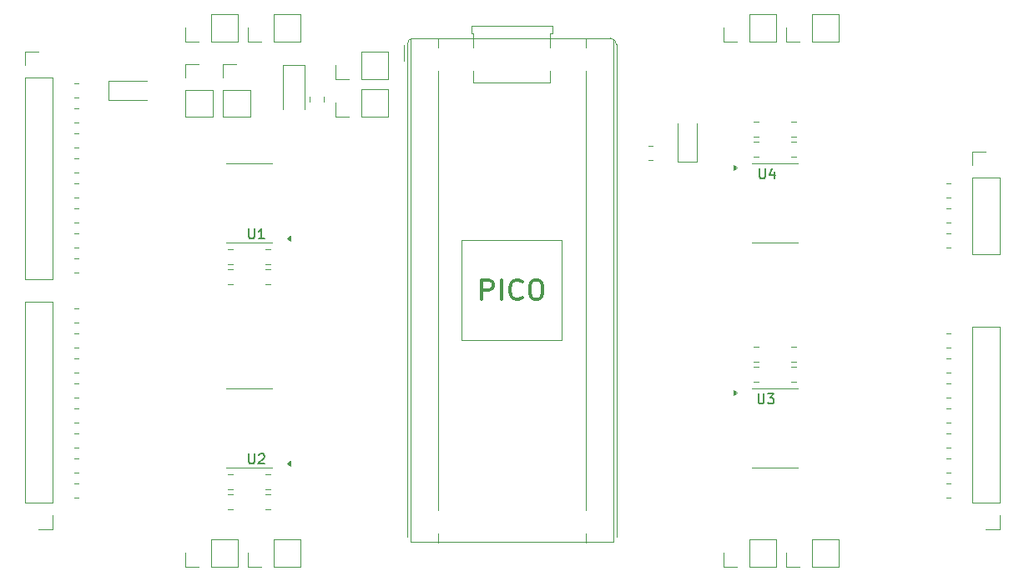
<source format=gbr>
%TF.GenerationSoftware,KiCad,Pcbnew,9.0.6*%
%TF.CreationDate,2026-01-19T19:45:04-05:00*%
%TF.ProjectId,ClearLogicAnalyzer,436c6561-724c-46f6-9769-63416e616c79,1*%
%TF.SameCoordinates,Original*%
%TF.FileFunction,Legend,Top*%
%TF.FilePolarity,Positive*%
%FSLAX46Y46*%
G04 Gerber Fmt 4.6, Leading zero omitted, Abs format (unit mm)*
G04 Created by KiCad (PCBNEW 9.0.6) date 2026-01-19 19:45:04*
%MOMM*%
%LPD*%
G01*
G04 APERTURE LIST*
%ADD10C,0.100000*%
%ADD11C,0.300000*%
%ADD12C,0.150000*%
%ADD13C,0.120000*%
G04 APERTURE END LIST*
D10*
X123190000Y-85090000D02*
X133350000Y-85090000D01*
X133350000Y-95250000D01*
X123190000Y-95250000D01*
X123190000Y-85090000D01*
D11*
X125222381Y-91079638D02*
X125222381Y-89079638D01*
X125222381Y-89079638D02*
X125984286Y-89079638D01*
X125984286Y-89079638D02*
X126174762Y-89174876D01*
X126174762Y-89174876D02*
X126270000Y-89270114D01*
X126270000Y-89270114D02*
X126365238Y-89460590D01*
X126365238Y-89460590D02*
X126365238Y-89746304D01*
X126365238Y-89746304D02*
X126270000Y-89936780D01*
X126270000Y-89936780D02*
X126174762Y-90032019D01*
X126174762Y-90032019D02*
X125984286Y-90127257D01*
X125984286Y-90127257D02*
X125222381Y-90127257D01*
X127222381Y-91079638D02*
X127222381Y-89079638D01*
X129317619Y-90889161D02*
X129222381Y-90984400D01*
X129222381Y-90984400D02*
X128936667Y-91079638D01*
X128936667Y-91079638D02*
X128746191Y-91079638D01*
X128746191Y-91079638D02*
X128460476Y-90984400D01*
X128460476Y-90984400D02*
X128270000Y-90793923D01*
X128270000Y-90793923D02*
X128174762Y-90603447D01*
X128174762Y-90603447D02*
X128079524Y-90222495D01*
X128079524Y-90222495D02*
X128079524Y-89936780D01*
X128079524Y-89936780D02*
X128174762Y-89555828D01*
X128174762Y-89555828D02*
X128270000Y-89365352D01*
X128270000Y-89365352D02*
X128460476Y-89174876D01*
X128460476Y-89174876D02*
X128746191Y-89079638D01*
X128746191Y-89079638D02*
X128936667Y-89079638D01*
X128936667Y-89079638D02*
X129222381Y-89174876D01*
X129222381Y-89174876D02*
X129317619Y-89270114D01*
X130555714Y-89079638D02*
X130936667Y-89079638D01*
X130936667Y-89079638D02*
X131127143Y-89174876D01*
X131127143Y-89174876D02*
X131317619Y-89365352D01*
X131317619Y-89365352D02*
X131412857Y-89746304D01*
X131412857Y-89746304D02*
X131412857Y-90412971D01*
X131412857Y-90412971D02*
X131317619Y-90793923D01*
X131317619Y-90793923D02*
X131127143Y-90984400D01*
X131127143Y-90984400D02*
X130936667Y-91079638D01*
X130936667Y-91079638D02*
X130555714Y-91079638D01*
X130555714Y-91079638D02*
X130365238Y-90984400D01*
X130365238Y-90984400D02*
X130174762Y-90793923D01*
X130174762Y-90793923D02*
X130079524Y-90412971D01*
X130079524Y-90412971D02*
X130079524Y-89746304D01*
X130079524Y-89746304D02*
X130174762Y-89365352D01*
X130174762Y-89365352D02*
X130365238Y-89174876D01*
X130365238Y-89174876D02*
X130555714Y-89079638D01*
D12*
X101600095Y-83909819D02*
X101600095Y-84719342D01*
X101600095Y-84719342D02*
X101647714Y-84814580D01*
X101647714Y-84814580D02*
X101695333Y-84862200D01*
X101695333Y-84862200D02*
X101790571Y-84909819D01*
X101790571Y-84909819D02*
X101981047Y-84909819D01*
X101981047Y-84909819D02*
X102076285Y-84862200D01*
X102076285Y-84862200D02*
X102123904Y-84814580D01*
X102123904Y-84814580D02*
X102171523Y-84719342D01*
X102171523Y-84719342D02*
X102171523Y-83909819D01*
X103171523Y-84909819D02*
X102600095Y-84909819D01*
X102885809Y-84909819D02*
X102885809Y-83909819D01*
X102885809Y-83909819D02*
X102790571Y-84052676D01*
X102790571Y-84052676D02*
X102695333Y-84147914D01*
X102695333Y-84147914D02*
X102600095Y-84195533D01*
X153289095Y-100673819D02*
X153289095Y-101483342D01*
X153289095Y-101483342D02*
X153336714Y-101578580D01*
X153336714Y-101578580D02*
X153384333Y-101626200D01*
X153384333Y-101626200D02*
X153479571Y-101673819D01*
X153479571Y-101673819D02*
X153670047Y-101673819D01*
X153670047Y-101673819D02*
X153765285Y-101626200D01*
X153765285Y-101626200D02*
X153812904Y-101578580D01*
X153812904Y-101578580D02*
X153860523Y-101483342D01*
X153860523Y-101483342D02*
X153860523Y-100673819D01*
X154241476Y-100673819D02*
X154860523Y-100673819D01*
X154860523Y-100673819D02*
X154527190Y-101054771D01*
X154527190Y-101054771D02*
X154670047Y-101054771D01*
X154670047Y-101054771D02*
X154765285Y-101102390D01*
X154765285Y-101102390D02*
X154812904Y-101150009D01*
X154812904Y-101150009D02*
X154860523Y-101245247D01*
X154860523Y-101245247D02*
X154860523Y-101483342D01*
X154860523Y-101483342D02*
X154812904Y-101578580D01*
X154812904Y-101578580D02*
X154765285Y-101626200D01*
X154765285Y-101626200D02*
X154670047Y-101673819D01*
X154670047Y-101673819D02*
X154384333Y-101673819D01*
X154384333Y-101673819D02*
X154289095Y-101626200D01*
X154289095Y-101626200D02*
X154241476Y-101578580D01*
X153416095Y-77813819D02*
X153416095Y-78623342D01*
X153416095Y-78623342D02*
X153463714Y-78718580D01*
X153463714Y-78718580D02*
X153511333Y-78766200D01*
X153511333Y-78766200D02*
X153606571Y-78813819D01*
X153606571Y-78813819D02*
X153797047Y-78813819D01*
X153797047Y-78813819D02*
X153892285Y-78766200D01*
X153892285Y-78766200D02*
X153939904Y-78718580D01*
X153939904Y-78718580D02*
X153987523Y-78623342D01*
X153987523Y-78623342D02*
X153987523Y-77813819D01*
X154892285Y-78147152D02*
X154892285Y-78813819D01*
X154654190Y-77766200D02*
X154416095Y-78480485D01*
X154416095Y-78480485D02*
X155035142Y-78480485D01*
X101600095Y-106769819D02*
X101600095Y-107579342D01*
X101600095Y-107579342D02*
X101647714Y-107674580D01*
X101647714Y-107674580D02*
X101695333Y-107722200D01*
X101695333Y-107722200D02*
X101790571Y-107769819D01*
X101790571Y-107769819D02*
X101981047Y-107769819D01*
X101981047Y-107769819D02*
X102076285Y-107722200D01*
X102076285Y-107722200D02*
X102123904Y-107674580D01*
X102123904Y-107674580D02*
X102171523Y-107579342D01*
X102171523Y-107579342D02*
X102171523Y-106769819D01*
X102600095Y-106865057D02*
X102647714Y-106817438D01*
X102647714Y-106817438D02*
X102742952Y-106769819D01*
X102742952Y-106769819D02*
X102981047Y-106769819D01*
X102981047Y-106769819D02*
X103076285Y-106817438D01*
X103076285Y-106817438D02*
X103123904Y-106865057D01*
X103123904Y-106865057D02*
X103171523Y-106960295D01*
X103171523Y-106960295D02*
X103171523Y-107055533D01*
X103171523Y-107055533D02*
X103123904Y-107198390D01*
X103123904Y-107198390D02*
X102552476Y-107769819D01*
X102552476Y-107769819D02*
X103171523Y-107769819D01*
D13*
%TO.C,J1*%
X78884000Y-65930000D02*
X80264000Y-65930000D01*
X78884000Y-67310000D02*
X78884000Y-65930000D01*
X78884000Y-68580000D02*
X78884000Y-89010000D01*
X78884000Y-68580000D02*
X81644000Y-68580000D01*
X78884000Y-89010000D02*
X81644000Y-89010000D01*
X81644000Y-68580000D02*
X81644000Y-89010000D01*
%TO.C,R10*%
X83846936Y-107215000D02*
X84301064Y-107215000D01*
X83846936Y-108685000D02*
X84301064Y-108685000D01*
%TO.C,R11*%
X83846936Y-104675000D02*
X84301064Y-104675000D01*
X83846936Y-106145000D02*
X84301064Y-106145000D01*
%TO.C,C3*%
X103243748Y-110898000D02*
X103766252Y-110898000D01*
X103243748Y-112368000D02*
X103766252Y-112368000D01*
%TO.C,R2*%
X83846936Y-84355000D02*
X84301064Y-84355000D01*
X83846936Y-85825000D02*
X84301064Y-85825000D01*
%TO.C,R24*%
X172340536Y-79275000D02*
X172794664Y-79275000D01*
X172340536Y-80745000D02*
X172794664Y-80745000D01*
%TO.C,R9*%
X83846936Y-109755000D02*
X84301064Y-109755000D01*
X83846936Y-111225000D02*
X84301064Y-111225000D01*
%TO.C,U1*%
X99290000Y-77245000D02*
X103910000Y-77245000D01*
X103910000Y-85315000D02*
X99290000Y-85315000D01*
X105790000Y-85099999D02*
X105460000Y-84860000D01*
X105790000Y-84620000D01*
X105790000Y-85099999D01*
G36*
X105790000Y-85099999D02*
G01*
X105460000Y-84860000D01*
X105790000Y-84620000D01*
X105790000Y-85099999D01*
G37*
%TO.C,J7*%
X156100000Y-64880000D02*
X156100001Y-63500000D01*
X157480000Y-64879999D02*
X156100000Y-64880000D01*
X158750000Y-62120000D02*
X161400000Y-62120000D01*
X158750000Y-64880000D02*
X158750000Y-62120000D01*
X158750000Y-64880000D02*
X161400000Y-64880000D01*
X161400000Y-64880000D02*
X161400000Y-62120000D01*
%TO.C,J4*%
X174997600Y-111760000D02*
X174997601Y-93870000D01*
X177757599Y-93870000D02*
X174997601Y-93870000D01*
X177757599Y-113030000D02*
X177757600Y-114410000D01*
X177757600Y-111760000D02*
X174997600Y-111760000D01*
X177757600Y-111760000D02*
X177757599Y-93870000D01*
X177757600Y-114410000D02*
X176377600Y-114409999D01*
%TO.C,J16*%
X149750000Y-118220000D02*
X149750001Y-116840000D01*
X151130000Y-118219999D02*
X149750000Y-118220000D01*
X152400000Y-115460000D02*
X155050000Y-115460000D01*
X152400000Y-118220000D02*
X152400000Y-115460000D01*
X152400000Y-118220000D02*
X155050000Y-118220000D01*
X155050000Y-118220000D02*
X155050000Y-115460000D01*
%TO.C,J9*%
X149750000Y-64880000D02*
X149750001Y-63500000D01*
X151130000Y-64879999D02*
X149750000Y-64880000D01*
X152400000Y-62120000D02*
X155050000Y-62120000D01*
X152400000Y-64880000D02*
X152400000Y-62120000D01*
X152400000Y-64880000D02*
X155050000Y-64880000D01*
X155050000Y-64880000D02*
X155050000Y-62120000D01*
%TO.C,R25*%
X172340536Y-81815000D02*
X172794664Y-81815000D01*
X172340536Y-83285000D02*
X172794664Y-83285000D01*
%TO.C,J2*%
X78884000Y-111760000D02*
X78884000Y-91330000D01*
X81643999Y-113030000D02*
X81644000Y-114410000D01*
X81644000Y-91330000D02*
X78884000Y-91330000D01*
X81644000Y-111760000D02*
X78884000Y-111760000D01*
X81644000Y-111760000D02*
X81644000Y-91330000D01*
X81644000Y-114410000D02*
X80264000Y-114409999D01*
%TO.C,R14*%
X83846936Y-97055000D02*
X84301064Y-97055000D01*
X83846936Y-98525000D02*
X84301064Y-98525000D01*
%TO.C,R8*%
X84301064Y-71655000D02*
X83846936Y-71655000D01*
X84301064Y-73125000D02*
X83846936Y-73125000D01*
%TO.C,R19*%
X172340536Y-99595000D02*
X172794664Y-99595000D01*
X172340536Y-101065000D02*
X172794664Y-101065000D01*
%TO.C,J13*%
X98950000Y-67200000D02*
X100330000Y-67200000D01*
X98950000Y-68580000D02*
X98950000Y-67200000D01*
X98950000Y-69850000D02*
X98950000Y-72500000D01*
X98950000Y-69850000D02*
X101710000Y-69850000D01*
X98950000Y-72500000D02*
X101710000Y-72500000D01*
X101710000Y-69850000D02*
X101710000Y-72500000D01*
%TO.C,A1*%
X117340000Y-66840000D02*
X117340000Y-65240000D01*
X117660000Y-65170000D02*
X117660000Y-115170000D01*
X118000000Y-64623000D02*
X118000000Y-115717000D01*
D10*
X118000000Y-115717000D02*
X138540000Y-115717000D01*
D13*
X118270000Y-64560000D02*
X120760000Y-64560000D01*
X120760000Y-64560000D02*
X120760000Y-65473520D01*
X120760000Y-67866480D02*
X120760000Y-112473520D01*
X120760000Y-114866480D02*
X120760000Y-115780000D01*
D10*
X124035000Y-64560000D02*
X120760000Y-64560000D01*
D13*
X124035000Y-64560000D02*
X132505000Y-64560000D01*
X124160000Y-63260000D02*
X124160000Y-64080000D01*
X124160000Y-63260000D02*
X132380000Y-63260000D01*
X124160000Y-64080000D02*
X124370000Y-64080000D01*
X124370000Y-64080000D02*
X124370000Y-65476000D01*
X124370000Y-67864000D02*
X124370000Y-69080000D01*
X132170000Y-64080000D02*
X132170000Y-65476000D01*
X132170000Y-67864000D02*
X132170000Y-69080000D01*
X132170000Y-69080000D02*
X124370000Y-69080000D01*
X132380000Y-63260000D02*
X132380000Y-64080000D01*
X132380000Y-64080000D02*
X132170000Y-64080000D01*
D10*
X132505000Y-64560000D02*
X135780000Y-64560000D01*
D13*
X135780000Y-64560000D02*
X135780000Y-65473520D01*
X135780000Y-67866480D02*
X135780000Y-112473520D01*
X135780000Y-114866480D02*
X135780000Y-115780000D01*
X138270000Y-64560000D02*
X135780000Y-64560000D01*
X138540000Y-115717000D02*
X138540000Y-64623000D01*
X138880000Y-65170000D02*
X138880000Y-115170000D01*
X117660000Y-65170000D02*
G75*
G02*
X118270000Y-64560000I610000J0D01*
G01*
X138270000Y-64560000D02*
G75*
G02*
X138880000Y-65170000I0J-610000D01*
G01*
%TO.C,U3*%
X152630000Y-100105000D02*
X157250000Y-100105000D01*
X157250000Y-108175000D02*
X152630000Y-108175000D01*
X151080000Y-100560000D02*
X150750000Y-100800000D01*
X150750000Y-100320000D01*
X151080000Y-100560000D01*
G36*
X151080000Y-100560000D02*
G01*
X150750000Y-100800000D01*
X150750000Y-100320000D01*
X151080000Y-100560000D01*
G37*
%TO.C,J8*%
X156100000Y-118220000D02*
X156100001Y-116840000D01*
X157480000Y-118219999D02*
X156100000Y-118220000D01*
X158750000Y-115460000D02*
X161400000Y-115460000D01*
X158750000Y-118220000D02*
X158750000Y-115460000D01*
X158750000Y-118220000D02*
X161400000Y-118220000D01*
X161400000Y-118220000D02*
X161400000Y-115460000D01*
%TO.C,J3*%
X174997600Y-76090000D02*
X176377600Y-76090000D01*
X174997600Y-77470000D02*
X174997600Y-76090000D01*
X174997600Y-78740000D02*
X174997600Y-86470000D01*
X174997600Y-78740000D02*
X177757600Y-78740000D01*
X174997600Y-86470000D02*
X177757600Y-86470000D01*
X177757600Y-78740000D02*
X177757600Y-86470000D01*
%TO.C,R16*%
X83846936Y-91975000D02*
X84301064Y-91975000D01*
X83846936Y-93445000D02*
X84301064Y-93445000D01*
%TO.C,C12*%
X87342000Y-68895000D02*
X87342000Y-70805000D01*
X87342000Y-70805000D02*
X91262000Y-70805000D01*
X91262000Y-68895000D02*
X87342000Y-68895000D01*
%TO.C,U4*%
X152630000Y-77245000D02*
X157250000Y-77245000D01*
X157250000Y-85315000D02*
X152630000Y-85315000D01*
X151080000Y-77700000D02*
X150750000Y-77940000D01*
X150750000Y-77460000D01*
X151080000Y-77700000D01*
G36*
X151080000Y-77700000D02*
G01*
X150750000Y-77940000D01*
X150750000Y-77460000D01*
X151080000Y-77700000D01*
G37*
%TO.C,R7*%
X107723000Y-70511936D02*
X107723000Y-70966064D01*
X109193000Y-70511936D02*
X109193000Y-70966064D01*
%TO.C,R26*%
X172340536Y-84355000D02*
X172794664Y-84355000D01*
X172340536Y-85825000D02*
X172794664Y-85825000D01*
%TO.C,C2*%
X103243748Y-108866000D02*
X103766252Y-108866000D01*
X103243748Y-110336000D02*
X103766252Y-110336000D01*
%TO.C,R5*%
X83846936Y-76735000D02*
X84301064Y-76735000D01*
X83846936Y-78205000D02*
X84301064Y-78205000D01*
%TO.C,J10*%
X110380000Y-68690000D02*
X110380001Y-67310000D01*
X111760000Y-68689999D02*
X110380000Y-68690000D01*
X113030000Y-65930000D02*
X115680000Y-65930000D01*
X113030000Y-68690000D02*
X113030000Y-65930000D01*
X113030000Y-68690000D02*
X115680000Y-68690000D01*
X115680000Y-68690000D02*
X115680000Y-65930000D01*
%TO.C,R18*%
X172340536Y-97055000D02*
X172794664Y-97055000D01*
X172340536Y-98525000D02*
X172794664Y-98525000D01*
%TO.C,J15*%
X101490000Y-118220000D02*
X101490001Y-116840000D01*
X102870000Y-118219999D02*
X101490000Y-118220000D01*
X104140000Y-115460000D02*
X106790000Y-115460000D01*
X104140000Y-118220000D02*
X104140000Y-115460000D01*
X104140000Y-118220000D02*
X106790000Y-118220000D01*
X106790000Y-118220000D02*
X106790000Y-115460000D01*
%TO.C,R23*%
X172340536Y-109755000D02*
X172794664Y-109755000D01*
X172340536Y-111225000D02*
X172794664Y-111225000D01*
%TO.C,FB1*%
X142594064Y-75465000D02*
X142139936Y-75465000D01*
X142594064Y-76935000D02*
X142139936Y-76935000D01*
%TO.C,FB2*%
X84301064Y-69115000D02*
X83846936Y-69115000D01*
X84301064Y-70585000D02*
X83846936Y-70585000D01*
%TO.C,C1*%
X145095000Y-73203000D02*
X145095000Y-77123000D01*
X145095000Y-77123000D02*
X147005000Y-77123000D01*
X147005000Y-77123000D02*
X147005000Y-73203000D01*
%TO.C,R22*%
X172340536Y-107215000D02*
X172794664Y-107215000D01*
X172340536Y-108685000D02*
X172794664Y-108685000D01*
%TO.C,R4*%
X83846936Y-79275000D02*
X84301064Y-79275000D01*
X83846936Y-80745000D02*
X84301064Y-80745000D01*
%TO.C,C15*%
X156583747Y-95912000D02*
X157106253Y-95912000D01*
X156583747Y-97382000D02*
X157106253Y-97382000D01*
%TO.C,C5*%
X156583747Y-75084000D02*
X157106253Y-75084000D01*
X156583747Y-76554000D02*
X157106253Y-76554000D01*
%TO.C,C4*%
X99956253Y-110898000D02*
X99433747Y-110898000D01*
X99956253Y-112368000D02*
X99433747Y-112368000D01*
%TO.C,C7*%
X99956253Y-86006000D02*
X99433747Y-86006000D01*
X99956253Y-87476000D02*
X99433747Y-87476000D01*
%TO.C,C11*%
X156583747Y-73052000D02*
X157106253Y-73052000D01*
X156583747Y-74522000D02*
X157106253Y-74522000D01*
%TO.C,U2*%
X99290000Y-100105000D02*
X103910000Y-100105000D01*
X103910000Y-108175000D02*
X99290000Y-108175000D01*
X105790000Y-107959999D02*
X105460000Y-107720000D01*
X105790000Y-107480000D01*
X105790000Y-107959999D01*
G36*
X105790000Y-107959999D02*
G01*
X105460000Y-107720000D01*
X105790000Y-107480000D01*
X105790000Y-107959999D01*
G37*
%TO.C,C10*%
X99956253Y-108866000D02*
X99433747Y-108866000D01*
X99956253Y-110336000D02*
X99433747Y-110336000D01*
%TO.C,J6*%
X95140000Y-118220000D02*
X95140001Y-116840000D01*
X96520000Y-118219999D02*
X95140000Y-118220000D01*
X97790000Y-115460000D02*
X100440000Y-115460000D01*
X97790000Y-118220000D02*
X97790000Y-115460000D01*
X97790000Y-118220000D02*
X100440000Y-118220000D01*
X100440000Y-118220000D02*
X100440000Y-115460000D01*
%TO.C,D1*%
X105062000Y-67316999D02*
X105062000Y-71726999D01*
X107282000Y-67316999D02*
X105062000Y-67316999D01*
X107282000Y-71726999D02*
X107282000Y-67316999D01*
%TO.C,R13*%
X83846936Y-99595000D02*
X84301064Y-99595000D01*
X83846936Y-101065000D02*
X84301064Y-101065000D01*
%TO.C,C8*%
X153296253Y-97944000D02*
X152773747Y-97944000D01*
X153296253Y-99414000D02*
X152773747Y-99414000D01*
%TO.C,C6*%
X99956253Y-88038000D02*
X99433747Y-88038000D01*
X99956253Y-89508000D02*
X99433747Y-89508000D01*
%TO.C,R15*%
X83846936Y-94515000D02*
X84301064Y-94515000D01*
X83846936Y-95985000D02*
X84301064Y-95985000D01*
%TO.C,C14*%
X103243748Y-88038000D02*
X103766252Y-88038000D01*
X103243748Y-89508000D02*
X103766252Y-89508000D01*
%TO.C,J5*%
X95140000Y-64880000D02*
X95140001Y-63500000D01*
X96520000Y-64879999D02*
X95140000Y-64880000D01*
X97790000Y-62120000D02*
X100440000Y-62120000D01*
X97790000Y-64880000D02*
X97790000Y-62120000D01*
X97790000Y-64880000D02*
X100440000Y-64880000D01*
X100440000Y-64880000D02*
X100440000Y-62120000D01*
%TO.C,R21*%
X172340536Y-104675000D02*
X172794664Y-104675000D01*
X172340536Y-106145000D02*
X172794664Y-106145000D01*
%TO.C,R12*%
X83846936Y-102135000D02*
X84301064Y-102135000D01*
X83846936Y-103605000D02*
X84301064Y-103605000D01*
%TO.C,R1*%
X83846936Y-86895000D02*
X84301064Y-86895000D01*
X83846936Y-88365000D02*
X84301064Y-88365000D01*
%TO.C,R17*%
X172340536Y-94515000D02*
X172794664Y-94515000D01*
X172340536Y-95985000D02*
X172794664Y-95985000D01*
%TO.C,J14*%
X101490000Y-64880000D02*
X101490001Y-63500000D01*
X102870000Y-64879999D02*
X101490000Y-64880000D01*
X104140000Y-62120000D02*
X106790000Y-62120000D01*
X104140000Y-64880000D02*
X104140000Y-62120000D01*
X104140000Y-64880000D02*
X106790000Y-64880000D01*
X106790000Y-64880000D02*
X106790000Y-62120000D01*
%TO.C,R3*%
X83846936Y-81815000D02*
X84301064Y-81815000D01*
X83846936Y-83285000D02*
X84301064Y-83285000D01*
%TO.C,J12*%
X95140000Y-67200000D02*
X96520000Y-67200000D01*
X95140000Y-68580000D02*
X95140000Y-67200000D01*
X95140000Y-69850000D02*
X95140000Y-72500000D01*
X95140000Y-69850000D02*
X97900000Y-69850000D01*
X95140000Y-72500000D02*
X97900000Y-72500000D01*
X97900000Y-69850000D02*
X97900000Y-72500000D01*
%TO.C,C18*%
X153296253Y-73052000D02*
X152773747Y-73052000D01*
X153296253Y-74522000D02*
X152773747Y-74522000D01*
%TO.C,C16*%
X156583747Y-97944000D02*
X157106253Y-97944000D01*
X156583747Y-99414000D02*
X157106253Y-99414000D01*
%TO.C,R6*%
X83846936Y-74195000D02*
X84301064Y-74195000D01*
X83846936Y-75665000D02*
X84301064Y-75665000D01*
%TO.C,C13*%
X103243748Y-86006000D02*
X103766252Y-86006000D01*
X103243748Y-87476000D02*
X103766252Y-87476000D01*
%TO.C,C17*%
X153296253Y-75084000D02*
X152773747Y-75084000D01*
X153296253Y-76554000D02*
X152773747Y-76554000D01*
%TO.C,J11*%
X110380000Y-72500000D02*
X110380001Y-71120000D01*
X111760000Y-72499999D02*
X110380000Y-72500000D01*
X113030000Y-69740000D02*
X115680000Y-69740000D01*
X113030000Y-72500000D02*
X113030000Y-69740000D01*
X113030000Y-72500000D02*
X115680000Y-72500000D01*
X115680000Y-72500000D02*
X115680000Y-69740000D01*
%TO.C,C9*%
X153296253Y-95912000D02*
X152773747Y-95912000D01*
X153296253Y-97382000D02*
X152773747Y-97382000D01*
%TO.C,R20*%
X172340536Y-102135000D02*
X172794664Y-102135000D01*
X172340536Y-103605000D02*
X172794664Y-103605000D01*
%TD*%
M02*

</source>
